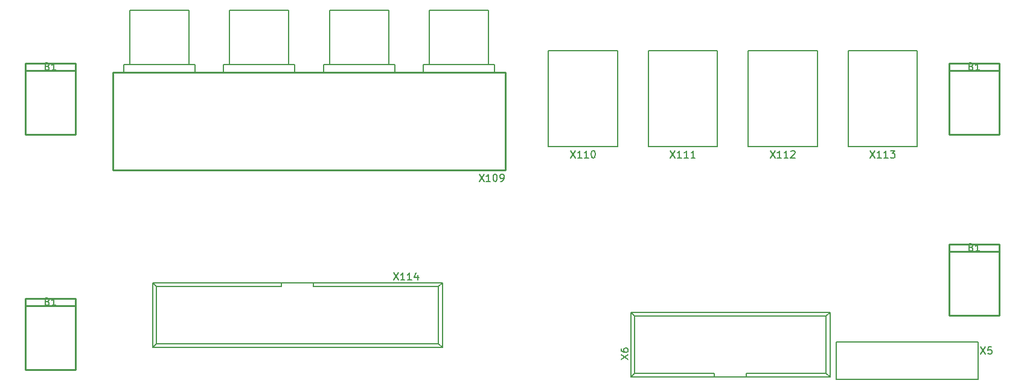
<source format=gbr>
G04 #@! TF.GenerationSoftware,KiCad,Pcbnew,(5.1.2-1)-1*
G04 #@! TF.CreationDate,2019-07-24T21:32:52+02:00*
G04 #@! TF.ProjectId,AddOnB,4164644f-6e42-42e6-9b69-6361645f7063,rev?*
G04 #@! TF.SameCoordinates,Original*
G04 #@! TF.FileFunction,Legend,Top*
G04 #@! TF.FilePolarity,Positive*
%FSLAX46Y46*%
G04 Gerber Fmt 4.6, Leading zero omitted, Abs format (unit mm)*
G04 Created by KiCad (PCBNEW (5.1.2-1)-1) date 2019-07-24 21:32:52*
%MOMM*%
%LPD*%
G04 APERTURE LIST*
%ADD10C,0.254000*%
%ADD11C,0.150000*%
G04 APERTURE END LIST*
D10*
X204780000Y90320000D02*
X211780000Y90320000D01*
X211780000Y91320000D02*
X204780000Y91320000D01*
X211780000Y81320000D02*
X211780000Y91320000D01*
X204780000Y81320000D02*
X211780000Y81320000D01*
X204780000Y91320000D02*
X204780000Y81320000D01*
X204780000Y57300000D02*
X211780000Y57300000D01*
X211780000Y58300000D02*
X204780000Y58300000D01*
X211780000Y48300000D02*
X211780000Y58300000D01*
X204780000Y48300000D02*
X211780000Y48300000D01*
X204780000Y58300000D02*
X204780000Y48300000D01*
X334320000Y64920000D02*
X341320000Y64920000D01*
X341320000Y65920000D02*
X334320000Y65920000D01*
X341320000Y55920000D02*
X341320000Y65920000D01*
X334320000Y55920000D02*
X341320000Y55920000D01*
X334320000Y65920000D02*
X334320000Y55920000D01*
D11*
X317620000Y47245000D02*
X317060000Y47795000D01*
X289680000Y47245000D02*
X290220000Y47795000D01*
X317620000Y56345000D02*
X317060000Y55795000D01*
X289680000Y56345000D02*
X290220000Y55795000D01*
X317060000Y55795000D02*
X317060000Y47795000D01*
X317620000Y56345000D02*
X317620000Y47245000D01*
X290220000Y55795000D02*
X290220000Y47795000D01*
X289680000Y56345000D02*
X289680000Y47245000D01*
X305900000Y47795000D02*
X305900000Y47245000D01*
X301400000Y47795000D02*
X301400000Y47245000D01*
X305900000Y47795000D02*
X317060000Y47795000D01*
X290220000Y47795000D02*
X301400000Y47795000D01*
X289680000Y47245000D02*
X317620000Y47245000D01*
X290220000Y55795000D02*
X317060000Y55795000D01*
X289680000Y56345000D02*
X317620000Y56345000D01*
D10*
X272090000Y76300000D02*
X272090000Y90000000D01*
X217090000Y76300000D02*
X272090000Y76300000D01*
X217090000Y90000000D02*
X217090000Y76300000D01*
X272090000Y90000000D02*
X217090000Y90000000D01*
D11*
X228590000Y90000000D02*
X228590000Y91100000D01*
X227740000Y98800000D02*
X227740000Y91100000D01*
X227740000Y98800000D02*
X219440000Y98800000D01*
X218590000Y91100000D02*
X218590000Y90000000D01*
X219440000Y98800000D02*
X219440000Y91100000D01*
X228590000Y91100000D02*
X218590000Y91100000D01*
X242590000Y91100000D02*
X232590000Y91100000D01*
X241740000Y98800000D02*
X241740000Y91100000D01*
X242590000Y90000000D02*
X242590000Y91100000D01*
X241740000Y98800000D02*
X233440000Y98800000D01*
X232590000Y91100000D02*
X232590000Y90000000D01*
X233440000Y98800000D02*
X233440000Y91100000D01*
X246590000Y91100000D02*
X246590000Y90000000D01*
X256590000Y91100000D02*
X246590000Y91100000D01*
X256590000Y90000000D02*
X256590000Y91100000D01*
X255740000Y98800000D02*
X247440000Y98800000D01*
X255740000Y98800000D02*
X255740000Y91100000D01*
X247440000Y98800000D02*
X247440000Y91100000D01*
X269740000Y98800000D02*
X261440000Y98800000D01*
X269740000Y98800000D02*
X269740000Y91100000D01*
X261440000Y98800000D02*
X261440000Y91100000D01*
X260590000Y91100000D02*
X260590000Y90000000D01*
X270590000Y91100000D02*
X260590000Y91100000D01*
X270590000Y90000000D02*
X270590000Y91100000D01*
X278150000Y79610000D02*
X287850000Y79610000D01*
X287850000Y79610000D02*
X287850000Y93110000D01*
X287850000Y93100000D02*
X278150000Y93100000D01*
X278150000Y93110000D02*
X278150000Y79610000D01*
X292150000Y93110000D02*
X292150000Y79610000D01*
X301850000Y93100000D02*
X292150000Y93100000D01*
X301850000Y79610000D02*
X301850000Y93110000D01*
X292150000Y79610000D02*
X301850000Y79610000D01*
X306150000Y79610000D02*
X315850000Y79610000D01*
X315850000Y79610000D02*
X315850000Y93110000D01*
X315850000Y93100000D02*
X306150000Y93100000D01*
X306150000Y93110000D02*
X306150000Y79610000D01*
X320150000Y93110000D02*
X320150000Y79610000D01*
X329850000Y93100000D02*
X320150000Y93100000D01*
X329850000Y79610000D02*
X329850000Y93110000D01*
X320150000Y79610000D02*
X329850000Y79610000D01*
X222630000Y60530000D02*
X223190000Y59980000D01*
X263270000Y60530000D02*
X262730000Y59980000D01*
X222630000Y51430000D02*
X223190000Y51980000D01*
X263270000Y51430000D02*
X262730000Y51980000D01*
X223190000Y51980000D02*
X223190000Y59980000D01*
X222630000Y51430000D02*
X222630000Y60530000D01*
X262730000Y51980000D02*
X262730000Y59980000D01*
X263270000Y51430000D02*
X263270000Y60530000D01*
X240700000Y59980000D02*
X240700000Y60530000D01*
X245200000Y59980000D02*
X245200000Y60530000D01*
X240700000Y59980000D02*
X223190000Y59980000D01*
X262730000Y59980000D02*
X245200000Y59980000D01*
X263270000Y60530000D02*
X222630000Y60530000D01*
X262730000Y51980000D02*
X223190000Y51980000D01*
X263270000Y51430000D02*
X222630000Y51430000D01*
X318530000Y46965000D02*
X318530000Y52165000D01*
X338390000Y46965000D02*
X318530000Y46965000D01*
X338390000Y52165000D02*
X338390000Y46965000D01*
X318530000Y52165000D02*
X338390000Y52165000D01*
D10*
X334320000Y91320000D02*
X334320000Y81320000D01*
X334320000Y81320000D02*
X341320000Y81320000D01*
X341320000Y81320000D02*
X341320000Y91320000D01*
X341320000Y91320000D02*
X334320000Y91320000D01*
X334320000Y90320000D02*
X341320000Y90320000D01*
D11*
X207875238Y90891428D02*
X208018095Y90843809D01*
X208065714Y90796190D01*
X208113333Y90700952D01*
X208113333Y90558095D01*
X208065714Y90462857D01*
X208018095Y90415238D01*
X207922857Y90367619D01*
X207541904Y90367619D01*
X207541904Y91367619D01*
X207875238Y91367619D01*
X207970476Y91320000D01*
X208018095Y91272380D01*
X208065714Y91177142D01*
X208065714Y91081904D01*
X208018095Y90986666D01*
X207970476Y90939047D01*
X207875238Y90891428D01*
X207541904Y90891428D01*
X209065714Y90367619D02*
X208494285Y90367619D01*
X208780000Y90367619D02*
X208780000Y91367619D01*
X208684761Y91224761D01*
X208589523Y91129523D01*
X208494285Y91081904D01*
X207875238Y57871428D02*
X208018095Y57823809D01*
X208065714Y57776190D01*
X208113333Y57680952D01*
X208113333Y57538095D01*
X208065714Y57442857D01*
X208018095Y57395238D01*
X207922857Y57347619D01*
X207541904Y57347619D01*
X207541904Y58347619D01*
X207875238Y58347619D01*
X207970476Y58300000D01*
X208018095Y58252380D01*
X208065714Y58157142D01*
X208065714Y58061904D01*
X208018095Y57966666D01*
X207970476Y57919047D01*
X207875238Y57871428D01*
X207541904Y57871428D01*
X209065714Y57347619D02*
X208494285Y57347619D01*
X208780000Y57347619D02*
X208780000Y58347619D01*
X208684761Y58204761D01*
X208589523Y58109523D01*
X208494285Y58061904D01*
X337415238Y65491428D02*
X337558095Y65443809D01*
X337605714Y65396190D01*
X337653333Y65300952D01*
X337653333Y65158095D01*
X337605714Y65062857D01*
X337558095Y65015238D01*
X337462857Y64967619D01*
X337081904Y64967619D01*
X337081904Y65967619D01*
X337415238Y65967619D01*
X337510476Y65920000D01*
X337558095Y65872380D01*
X337605714Y65777142D01*
X337605714Y65681904D01*
X337558095Y65586666D01*
X337510476Y65539047D01*
X337415238Y65491428D01*
X337081904Y65491428D01*
X338605714Y64967619D02*
X338034285Y64967619D01*
X338320000Y64967619D02*
X338320000Y65967619D01*
X338224761Y65824761D01*
X338129523Y65729523D01*
X338034285Y65681904D01*
X288312380Y49755476D02*
X289312380Y50422142D01*
X288312380Y50422142D02*
X289312380Y49755476D01*
X288312380Y51231666D02*
X288312380Y51041190D01*
X288360000Y50945952D01*
X288407619Y50898333D01*
X288550476Y50803095D01*
X288740952Y50755476D01*
X289121904Y50755476D01*
X289217142Y50803095D01*
X289264761Y50850714D01*
X289312380Y50945952D01*
X289312380Y51136428D01*
X289264761Y51231666D01*
X289217142Y51279285D01*
X289121904Y51326904D01*
X288883809Y51326904D01*
X288788571Y51279285D01*
X288740952Y51231666D01*
X288693333Y51136428D01*
X288693333Y50945952D01*
X288740952Y50850714D01*
X288788571Y50803095D01*
X288883809Y50755476D01*
X268428095Y75747619D02*
X269094761Y74747619D01*
X269094761Y75747619D02*
X268428095Y74747619D01*
X269999523Y74747619D02*
X269428095Y74747619D01*
X269713809Y74747619D02*
X269713809Y75747619D01*
X269618571Y75604761D01*
X269523333Y75509523D01*
X269428095Y75461904D01*
X270618571Y75747619D02*
X270713809Y75747619D01*
X270809047Y75700000D01*
X270856666Y75652380D01*
X270904285Y75557142D01*
X270951904Y75366666D01*
X270951904Y75128571D01*
X270904285Y74938095D01*
X270856666Y74842857D01*
X270809047Y74795238D01*
X270713809Y74747619D01*
X270618571Y74747619D01*
X270523333Y74795238D01*
X270475714Y74842857D01*
X270428095Y74938095D01*
X270380476Y75128571D01*
X270380476Y75366666D01*
X270428095Y75557142D01*
X270475714Y75652380D01*
X270523333Y75700000D01*
X270618571Y75747619D01*
X271428095Y74747619D02*
X271618571Y74747619D01*
X271713809Y74795238D01*
X271761428Y74842857D01*
X271856666Y74985714D01*
X271904285Y75176190D01*
X271904285Y75557142D01*
X271856666Y75652380D01*
X271809047Y75700000D01*
X271713809Y75747619D01*
X271523333Y75747619D01*
X271428095Y75700000D01*
X271380476Y75652380D01*
X271332857Y75557142D01*
X271332857Y75319047D01*
X271380476Y75223809D01*
X271428095Y75176190D01*
X271523333Y75128571D01*
X271713809Y75128571D01*
X271809047Y75176190D01*
X271856666Y75223809D01*
X271904285Y75319047D01*
X281238095Y79047619D02*
X281904761Y78047619D01*
X281904761Y79047619D02*
X281238095Y78047619D01*
X282809523Y78047619D02*
X282238095Y78047619D01*
X282523809Y78047619D02*
X282523809Y79047619D01*
X282428571Y78904761D01*
X282333333Y78809523D01*
X282238095Y78761904D01*
X283761904Y78047619D02*
X283190476Y78047619D01*
X283476190Y78047619D02*
X283476190Y79047619D01*
X283380952Y78904761D01*
X283285714Y78809523D01*
X283190476Y78761904D01*
X284380952Y79047619D02*
X284476190Y79047619D01*
X284571428Y79000000D01*
X284619047Y78952380D01*
X284666666Y78857142D01*
X284714285Y78666666D01*
X284714285Y78428571D01*
X284666666Y78238095D01*
X284619047Y78142857D01*
X284571428Y78095238D01*
X284476190Y78047619D01*
X284380952Y78047619D01*
X284285714Y78095238D01*
X284238095Y78142857D01*
X284190476Y78238095D01*
X284142857Y78428571D01*
X284142857Y78666666D01*
X284190476Y78857142D01*
X284238095Y78952380D01*
X284285714Y79000000D01*
X284380952Y79047619D01*
X295238095Y79047619D02*
X295904761Y78047619D01*
X295904761Y79047619D02*
X295238095Y78047619D01*
X296809523Y78047619D02*
X296238095Y78047619D01*
X296523809Y78047619D02*
X296523809Y79047619D01*
X296428571Y78904761D01*
X296333333Y78809523D01*
X296238095Y78761904D01*
X297761904Y78047619D02*
X297190476Y78047619D01*
X297476190Y78047619D02*
X297476190Y79047619D01*
X297380952Y78904761D01*
X297285714Y78809523D01*
X297190476Y78761904D01*
X298714285Y78047619D02*
X298142857Y78047619D01*
X298428571Y78047619D02*
X298428571Y79047619D01*
X298333333Y78904761D01*
X298238095Y78809523D01*
X298142857Y78761904D01*
X309238095Y79047619D02*
X309904761Y78047619D01*
X309904761Y79047619D02*
X309238095Y78047619D01*
X310809523Y78047619D02*
X310238095Y78047619D01*
X310523809Y78047619D02*
X310523809Y79047619D01*
X310428571Y78904761D01*
X310333333Y78809523D01*
X310238095Y78761904D01*
X311761904Y78047619D02*
X311190476Y78047619D01*
X311476190Y78047619D02*
X311476190Y79047619D01*
X311380952Y78904761D01*
X311285714Y78809523D01*
X311190476Y78761904D01*
X312142857Y78952380D02*
X312190476Y79000000D01*
X312285714Y79047619D01*
X312523809Y79047619D01*
X312619047Y79000000D01*
X312666666Y78952380D01*
X312714285Y78857142D01*
X312714285Y78761904D01*
X312666666Y78619047D01*
X312095238Y78047619D01*
X312714285Y78047619D01*
X323238095Y79047619D02*
X323904761Y78047619D01*
X323904761Y79047619D02*
X323238095Y78047619D01*
X324809523Y78047619D02*
X324238095Y78047619D01*
X324523809Y78047619D02*
X324523809Y79047619D01*
X324428571Y78904761D01*
X324333333Y78809523D01*
X324238095Y78761904D01*
X325761904Y78047619D02*
X325190476Y78047619D01*
X325476190Y78047619D02*
X325476190Y79047619D01*
X325380952Y78904761D01*
X325285714Y78809523D01*
X325190476Y78761904D01*
X326095238Y79047619D02*
X326714285Y79047619D01*
X326380952Y78666666D01*
X326523809Y78666666D01*
X326619047Y78619047D01*
X326666666Y78571428D01*
X326714285Y78476190D01*
X326714285Y78238095D01*
X326666666Y78142857D01*
X326619047Y78095238D01*
X326523809Y78047619D01*
X326238095Y78047619D01*
X326142857Y78095238D01*
X326095238Y78142857D01*
X256428095Y61897619D02*
X257094761Y60897619D01*
X257094761Y61897619D02*
X256428095Y60897619D01*
X257999523Y60897619D02*
X257428095Y60897619D01*
X257713809Y60897619D02*
X257713809Y61897619D01*
X257618571Y61754761D01*
X257523333Y61659523D01*
X257428095Y61611904D01*
X258951904Y60897619D02*
X258380476Y60897619D01*
X258666190Y60897619D02*
X258666190Y61897619D01*
X258570952Y61754761D01*
X258475714Y61659523D01*
X258380476Y61611904D01*
X259809047Y61564285D02*
X259809047Y60897619D01*
X259570952Y61945238D02*
X259332857Y61230952D01*
X259951904Y61230952D01*
X338750476Y51512619D02*
X339417142Y50512619D01*
X339417142Y51512619D02*
X338750476Y50512619D01*
X340274285Y51512619D02*
X339798095Y51512619D01*
X339750476Y51036428D01*
X339798095Y51084047D01*
X339893333Y51131666D01*
X340131428Y51131666D01*
X340226666Y51084047D01*
X340274285Y51036428D01*
X340321904Y50941190D01*
X340321904Y50703095D01*
X340274285Y50607857D01*
X340226666Y50560238D01*
X340131428Y50512619D01*
X339893333Y50512619D01*
X339798095Y50560238D01*
X339750476Y50607857D01*
X337415238Y90891428D02*
X337558095Y90843809D01*
X337605714Y90796190D01*
X337653333Y90700952D01*
X337653333Y90558095D01*
X337605714Y90462857D01*
X337558095Y90415238D01*
X337462857Y90367619D01*
X337081904Y90367619D01*
X337081904Y91367619D01*
X337415238Y91367619D01*
X337510476Y91320000D01*
X337558095Y91272380D01*
X337605714Y91177142D01*
X337605714Y91081904D01*
X337558095Y90986666D01*
X337510476Y90939047D01*
X337415238Y90891428D01*
X337081904Y90891428D01*
X338605714Y90367619D02*
X338034285Y90367619D01*
X338320000Y90367619D02*
X338320000Y91367619D01*
X338224761Y91224761D01*
X338129523Y91129523D01*
X338034285Y91081904D01*
M02*

</source>
